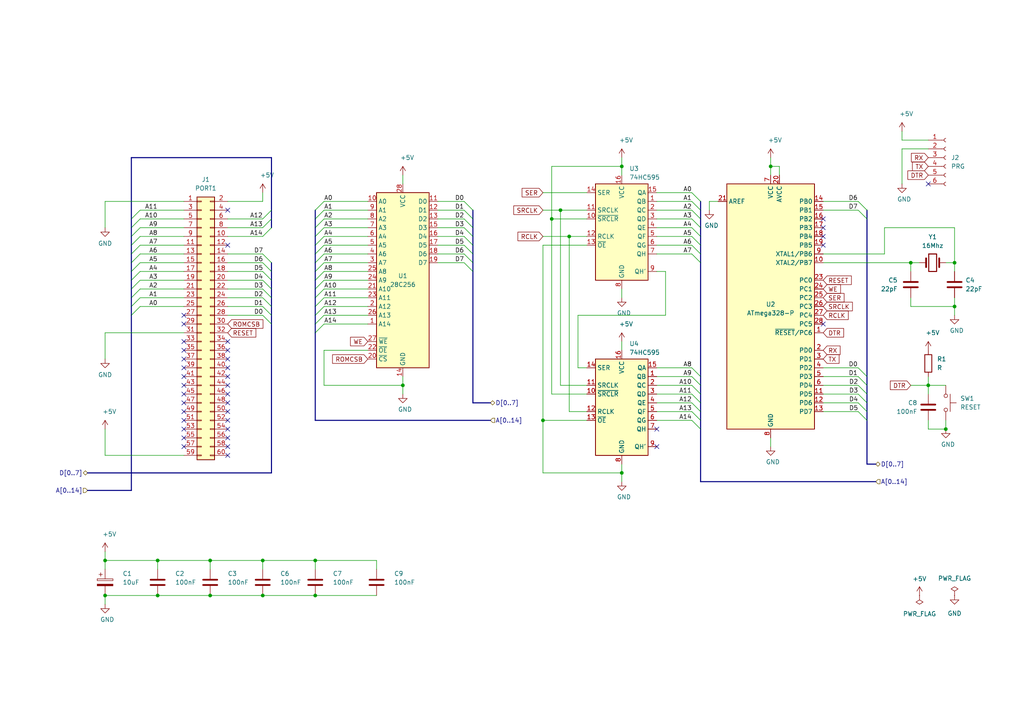
<source format=kicad_sch>
(kicad_sch (version 20230121) (generator eeschema)
  (paper "A4")
  (lib_symbols
    (symbol "74xx:74HC595"
      (property "Reference" "U" (at -7.62 13.97 0))
      (property "Value" "74HC595" (at -7.62 -16.51 0))
      (symbol "74HC595_1_0"
        (pin tri_state line (at 10.16 7.62 180) (length 2.54) (name "QB") (number "1"))
        (pin input line (at -10.16 2.54 0) (length 2.54) (name "~{SRCLR}") (number "10"))
        (pin input line (at -10.16 5.08 0) (length 2.54) (name "SRCLK") (number "11"))
        (pin input line (at -10.16 -2.54 0) (length 2.54) (name "RCLK") (number "12"))
        (pin input line (at -10.16 -5.08 0) (length 2.54) (name "~{OE}") (number "13"))
        (pin input line (at -10.16 10.16 0) (length 2.54) (name "SER") (number "14"))
        (pin tri_state line (at 10.16 10.16 180) (length 2.54) (name "QA") (number "15"))
        (pin power_in line (at 0 15.24 270) (length 2.54) (name "VCC") (number "16"))
        (pin tri_state line (at 10.16 5.08 180) (length 2.54) (name "QC") (number "2"))
        (pin tri_state line (at 10.16 2.54 180) (length 2.54) (name "QD") (number "3"))
        (pin tri_state line (at 10.16 0 180) (length 2.54) (name "QE") (number "4"))
        (pin tri_state line (at 10.16 -2.54 180) (length 2.54) (name "QF") (number "5"))
        (pin tri_state line (at 10.16 -5.08 180) (length 2.54) (name "QG") (number "6"))
        (pin tri_state line (at 10.16 -7.62 180) (length 2.54) (name "QH") (number "7"))
        (pin power_in line (at 0 -17.78 90) (length 2.54) (name "GND") (number "8"))
        (pin output line (at 10.16 -12.7 180) (length 2.54) (name "QH'") (number "9"))
      )
    )
    (symbol "Connector:Conn_01x06_Socket" (pin_names (offset 1.016) hide)
      (property "Reference" "J" (at 0 7.62 0))
      (property "Value" "Conn_01x06_Socket" (at 0 -10.16 0))
      (symbol "Conn_01x06_Socket_1_1"
        (pin passive line (at -5.08 5.08 0) (length 3.81) (name "Pin_1") (number "1"))
        (pin passive line (at -5.08 2.54 0) (length 3.81) (name "Pin_2") (number "2"))
        (pin passive line (at -5.08 0 0) (length 3.81) (name "Pin_3") (number "3"))
        (pin passive line (at -5.08 -2.54 0) (length 3.81) (name "Pin_4") (number "4"))
        (pin passive line (at -5.08 -5.08 0) (length 3.81) (name "Pin_5") (number "5"))
        (pin passive line (at -5.08 -7.62 0) (length 3.81) (name "Pin_6") (number "6"))
      )
    )
    (symbol "Connector_Generic:Conn_02x30_Odd_Even" (pin_names (offset 1.016) hide)
      (property "Reference" "J" (at 1.27 38.1 0))
      (property "Value" "Conn_02x30_Odd_Even" (at 1.27 -40.64 0))
      (symbol "Conn_02x30_Odd_Even_1_1"
        (pin passive line (at -5.08 35.56 0) (length 3.81) (name "Pin_1") (number "1"))
        (pin passive line (at 7.62 25.4 180) (length 3.81) (name "Pin_10") (number "10"))
        (pin passive line (at -5.08 22.86 0) (length 3.81) (name "Pin_11") (number "11"))
        (pin passive line (at 7.62 22.86 180) (length 3.81) (name "Pin_12") (number "12"))
        (pin passive line (at -5.08 20.32 0) (length 3.81) (name "Pin_13") (number "13"))
        (pin passive line (at 7.62 20.32 180) (length 3.81) (name "Pin_14") (number "14"))
        (pin passive line (at -5.08 17.78 0) (length 3.81) (name "Pin_15") (number "15"))
        (pin passive line (at 7.62 17.78 180) (length 3.81) (name "Pin_16") (number "16"))
        (pin passive line (at -5.08 15.24 0) (length 3.81) (name "Pin_17") (number "17"))
        (pin passive line (at 7.62 15.24 180) (length 3.81) (name "Pin_18") (number "18"))
        (pin passive line (at -5.08 12.7 0) (length 3.81) (name "Pin_19") (number "19"))
        (pin passive line (at 7.62 35.56 180) (length 3.81) (name "Pin_2") (number "2"))
        (pin passive line (at 7.62 12.7 180) (length 3.81) (name "Pin_20") (number "20"))
        (pin passive line (at -5.08 10.16 0) (length 3.81) (name "Pin_21") (number "21"))
        (pin passive line (at 7.62 10.16 180) (length 3.81) (name "Pin_22") (number "22"))
        (pin passive line (at -5.08 7.62 0) (length 3.81) (name "Pin_23") (number "23"))
        (pin passive line (at 7.62 7.62 180) (length 3.81) (name "Pin_24") (number "24"))
        (pin passive line (at -5.08 5.08 0) (length 3.81) (name "Pin_25") (number "25"))
        (pin passive line (at 7.62 5.08 180) (length 3.81) (name "Pin_26") (number "26"))
        (pin passive line (at -5.08 2.54 0) (length 3.81) (name "Pin_27") (number "27"))
        (pin passive line (at 7.62 2.54 180) (length 3.81) (name "Pin_28") (number "28"))
        (pin passive line (at -5.08 0 0) (length 3.81) (name "Pin_29") (number "29"))
        (pin passive line (at -5.08 33.02 0) (length 3.81) (name "Pin_3") (number "3"))
        (pin passive line (at 7.62 0 180) (length 3.81) (name "Pin_30") (number "30"))
        (pin passive line (at -5.08 -2.54 0) (length 3.81) (name "Pin_31") (number "31"))
        (pin passive line (at 7.62 -2.54 180) (length 3.81) (name "Pin_32") (number "32"))
        (pin passive line (at -5.08 -5.08 0) (length 3.81) (name "Pin_33") (number "33"))
        (pin passive line (at 7.62 -5.08 180) (length 3.81) (name "Pin_34") (number "34"))
        (pin passive line (at -5.08 -7.62 0) (length 3.81) (name "Pin_35") (number "35"))
        (pin passive line (at 7.62 -7.62 180) (length 3.81) (name "Pin_36") (number "36"))
        (pin passive line (at -5.08 -10.16 0) (length 3.81) (name "Pin_37") (number "37"))
        (pin passive line (at 7.62 -10.16 180) (length 3.81) (name "Pin_38") (number "38"))
        (pin passive line (at -5.08 -12.7 0) (length 3.81) (name "Pin_39") (number "39"))
        (pin passive line (at 7.62 33.02 180) (length 3.81) (name "Pin_4") (number "4"))
        (pin passive line (at 7.62 -12.7 180) (length 3.81) (name "Pin_40") (number "40"))
        (pin passive line (at -5.08 -15.24 0) (length 3.81) (name "Pin_41") (number "41"))
        (pin passive line (at 7.62 -15.24 180) (length 3.81) (name "Pin_42") (number "42"))
        (pin passive line (at -5.08 -17.78 0) (length 3.81) (name "Pin_43") (number "43"))
        (pin passive line (at 7.62 -17.78 180) (length 3.81) (name "Pin_44") (number "44"))
        (pin passive line (at -5.08 -20.32 0) (length 3.81) (name "Pin_45") (number "45"))
        (pin passive line (at 7.62 -20.32 180) (length 3.81) (name "Pin_46") (number "46"))
        (pin passive line (at -5.08 -22.86 0) (length 3.81) (name "Pin_47") (number "47"))
        (pin passive line (at 7.62 -22.86 180) (length 3.81) (name "Pin_48") (number "48"))
        (pin passive line (at -5.08 -25.4 0) (length 3.81) (name "Pin_49") (number "49"))
        (pin passive line (at -5.08 30.48 0) (length 3.81) (name "Pin_5") (number "5"))
        (pin passive line (at 7.62 -25.4 180) (length 3.81) (name "Pin_50") (number "50"))
        (pin passive line (at -5.08 -27.94 0) (length 3.81) (name "Pin_51") (number "51"))
        (pin passive line (at 7.62 -27.94 180) (length 3.81) (name "Pin_52") (number "52"))
        (pin passive line (at -5.08 -30.48 0) (length 3.81) (name "Pin_53") (number "53"))
        (pin passive line (at 7.62 -30.48 180) (length 3.81) (name "Pin_54") (number "54"))
        (pin passive line (at -5.08 -33.02 0) (length 3.81) (name "Pin_55") (number "55"))
        (pin passive line (at 7.62 -33.02 180) (length 3.81) (name "Pin_56") (number "56"))
        (pin passive line (at -5.08 -35.56 0) (length 3.81) (name "Pin_57") (number "57"))
        (pin passive line (at 7.62 -35.56 180) (length 3.81) (name "Pin_58") (number "58"))
        (pin passive line (at -5.08 -38.1 0) (length 3.81) (name "Pin_59") (number "59"))
        (pin passive line (at 7.62 30.48 180) (length 3.81) (name "Pin_6") (number "6"))
        (pin passive line (at 7.62 -38.1 180) (length 3.81) (name "Pin_60") (number "60"))
        (pin passive line (at -5.08 27.94 0) (length 3.81) (name "Pin_7") (number "7"))
        (pin passive line (at 7.62 27.94 180) (length 3.81) (name "Pin_8") (number "8"))
        (pin passive line (at -5.08 25.4 0) (length 3.81) (name "Pin_9") (number "9"))
      )
    )
    (symbol "Device:C" (pin_numbers hide) (pin_names (offset 0.254))
      (property "Reference" "C" (at 0.635 2.54 0))
      (property "Value" "C" (at 0.635 -2.54 0))
      (symbol "C_1_1"
        (pin passive line (at 0 3.81 270) (length 2.794) (name "~") (number "1"))
        (pin passive line (at 0 -3.81 90) (length 2.794) (name "~") (number "2"))
      )
    )
    (symbol "Device:C_Polarized" (pin_numbers hide) (pin_names (offset 0.254))
      (property "Reference" "C" (at 0.635 2.54 0))
      (property "Value" "C_Polarized" (at 0.635 -2.54 0))
      (symbol "C_Polarized_1_1"
        (pin passive line (at 0 3.81 270) (length 2.794) (name "~") (number "1"))
        (pin passive line (at 0 -3.81 90) (length 2.794) (name "~") (number "2"))
      )
    )
    (symbol "Device:Crystal" (pin_numbers hide) (pin_names (offset 1.016) hide)
      (property "Reference" "Y" (at 0 3.81 0))
      (property "Value" "Crystal" (at 0 -3.81 0))
      (symbol "Crystal_1_1"
        (pin passive line (at -3.81 0 0) (length 1.27) (name "1") (number "1"))
        (pin passive line (at 3.81 0 180) (length 1.27) (name "2") (number "2"))
      )
    )
    (symbol "Device:R" (pin_numbers hide) (pin_names (offset 0))
      (property "Reference" "R" (at 2.032 0 90))
      (property "Value" "R" (at 0 0 90))
      (symbol "R_1_1"
        (pin passive line (at 0 3.81 270) (length 1.27) (name "~") (number "1"))
        (pin passive line (at 0 -3.81 90) (length 1.27) (name "~") (number "2"))
      )
    )
    (symbol "MCU_Microchip_ATmega:ATmega328-P"
      (property "Reference" "U" (at -12.7 36.83 0))
      (property "Value" "ATmega328-P" (at 2.54 -36.83 0))
      (symbol "ATmega328-P_1_1"
        (pin bidirectional line (at 15.24 -7.62 180) (length 2.54) (name "~{RESET}/PC6") (number "1"))
        (pin bidirectional line (at 15.24 12.7 180) (length 2.54) (name "XTAL2/PB7") (number "10"))
        (pin bidirectional line (at 15.24 -25.4 180) (length 2.54) (name "PD5") (number "11"))
        (pin bidirectional line (at 15.24 -27.94 180) (length 2.54) (name "PD6") (number "12"))
        (pin bidirectional line (at 15.24 -30.48 180) (length 2.54) (name "PD7") (number "13"))
        (pin bidirectional line (at 15.24 30.48 180) (length 2.54) (name "PB0") (number "14"))
        (pin bidirectional line (at 15.24 27.94 180) (length 2.54) (name "PB1") (number "15"))
        (pin bidirectional line (at 15.24 25.4 180) (length 2.54) (name "PB2") (number "16"))
        (pin bidirectional line (at 15.24 22.86 180) (length 2.54) (name "PB3") (number "17"))
        (pin bidirectional line (at 15.24 20.32 180) (length 2.54) (name "PB4") (number "18"))
        (pin bidirectional line (at 15.24 17.78 180) (length 2.54) (name "PB5") (number "19"))
        (pin bidirectional line (at 15.24 -12.7 180) (length 2.54) (name "PD0") (number "2"))
        (pin power_in line (at 2.54 38.1 270) (length 2.54) (name "AVCC") (number "20"))
        (pin passive line (at -15.24 30.48 0) (length 2.54) (name "AREF") (number "21"))
        (pin passive line (at 0 -38.1 90) (length 2.54) hide (name "GND") (number "22"))
        (pin bidirectional line (at 15.24 7.62 180) (length 2.54) (name "PC0") (number "23"))
        (pin bidirectional line (at 15.24 5.08 180) (length 2.54) (name "PC1") (number "24"))
        (pin bidirectional line (at 15.24 2.54 180) (length 2.54) (name "PC2") (number "25"))
        (pin bidirectional line (at 15.24 0 180) (length 2.54) (name "PC3") (number "26"))
        (pin bidirectional line (at 15.24 -2.54 180) (length 2.54) (name "PC4") (number "27"))
        (pin bidirectional line (at 15.24 -5.08 180) (length 2.54) (name "PC5") (number "28"))
        (pin bidirectional line (at 15.24 -15.24 180) (length 2.54) (name "PD1") (number "3"))
        (pin bidirectional line (at 15.24 -17.78 180) (length 2.54) (name "PD2") (number "4"))
        (pin bidirectional line (at 15.24 -20.32 180) (length 2.54) (name "PD3") (number "5"))
        (pin bidirectional line (at 15.24 -22.86 180) (length 2.54) (name "PD4") (number "6"))
        (pin power_in line (at 0 38.1 270) (length 2.54) (name "VCC") (number "7"))
        (pin power_in line (at 0 -38.1 90) (length 2.54) (name "GND") (number "8"))
        (pin bidirectional line (at 15.24 15.24 180) (length 2.54) (name "XTAL1/PB6") (number "9"))
      )
    )
    (symbol "Memory_EEPROM:28C256"
      (property "Reference" "U" (at -7.62 26.67 0))
      (property "Value" "28C256" (at 2.54 -26.67 0))
      (symbol "28C256_1_1"
        (pin input line (at -10.16 -12.7 0) (length 2.54) (name "A14") (number "1"))
        (pin input line (at -10.16 22.86 0) (length 2.54) (name "A0") (number "10"))
        (pin tri_state line (at 10.16 22.86 180) (length 2.54) (name "D0") (number "11"))
        (pin tri_state line (at 10.16 20.32 180) (length 2.54) (name "D1") (number "12"))
        (pin tri_state line (at 10.16 17.78 180) (length 2.54) (name "D2") (number "13"))
        (pin power_in line (at 0 -27.94 90) (length 2.54) (name "GND") (number "14"))
        (pin tri_state line (at 10.16 15.24 180) (length 2.54) (name "D3") (number "15"))
        (pin tri_state line (at 10.16 12.7 180) (length 2.54) (name "D4") (number "16"))
        (pin tri_state line (at 10.16 10.16 180) (length 2.54) (name "D5") (number "17"))
        (pin tri_state line (at 10.16 7.62 180) (length 2.54) (name "D6") (number "18"))
        (pin tri_state line (at 10.16 5.08 180) (length 2.54) (name "D7") (number "19"))
        (pin input line (at -10.16 -7.62 0) (length 2.54) (name "A12") (number "2"))
        (pin input line (at -10.16 -22.86 0) (length 2.54) (name "~{CS}") (number "20"))
        (pin input line (at -10.16 -2.54 0) (length 2.54) (name "A10") (number "21"))
        (pin input line (at -10.16 -20.32 0) (length 2.54) (name "~{OE}") (number "22"))
        (pin input line (at -10.16 -5.08 0) (length 2.54) (name "A11") (number "23"))
        (pin input line (at -10.16 0 0) (length 2.54) (name "A9") (number "24"))
        (pin input line (at -10.16 2.54 0) (length 2.54) (name "A8") (number "25"))
        (pin input line (at -10.16 -10.16 0) (length 2.54) (name "A13") (number "26"))
        (pin input line (at -10.16 -17.78 0) (length 2.54) (name "~{WE}") (number "27"))
        (pin power_in line (at 0 27.94 270) (length 2.54) (name "VCC") (number "28"))
        (pin input line (at -10.16 5.08 0) (length 2.54) (name "A7") (number "3"))
        (pin input line (at -10.16 7.62 0) (length 2.54) (name "A6") (number "4"))
        (pin input line (at -10.16 10.16 0) (length 2.54) (name "A5") (number "5"))
        (pin input line (at -10.16 12.7 0) (length 2.54) (name "A4") (number "6"))
        (pin input line (at -10.16 15.24 0) (length 2.54) (name "A3") (number "7"))
        (pin input line (at -10.16 17.78 0) (length 2.54) (name "A2") (number "8"))
        (pin input line (at -10.16 20.32 0) (length 2.54) (name "A1") (number "9"))
      )
    )
    (symbol "Switch:SW_Push" (pin_numbers hide) (pin_names (offset 1.016) hide)
      (property "Reference" "SW" (at 1.27 2.54 0))
      (property "Value" "SW_Push" (at 0 -1.524 0))
      (symbol "SW_Push_0_1"
        (pin passive line (at -5.08 0 0) (length 2.54) (name "1") (number "1"))
        (pin passive line (at 5.08 0 180) (length 2.54) (name "2") (number "2"))
      )
    )
    (symbol "power:+5V" (power) (pin_names (offset 0))
      (property "Value" "+5V" (at 0 3.556 0))
      (symbol "+5V_1_1"
        (pin power_in line (at 0 0 90) (length 0) hide (name "+5V") (number "1"))
      )
    )
    (symbol "power:GND" (power) (pin_names (offset 0))
      (property "Value" "GND" (at 0 -3.81 0))
      (symbol "GND_1_1"
        (pin power_in line (at 0 0 270) (length 0) hide (name "GND") (number "1"))
      )
    )
    (symbol "power:PWR_FLAG" (power) (pin_numbers hide) (pin_names (offset 0) hide)
      (property "Value" "PWR_FLAG" (at 0 3.81 0))
      (symbol "PWR_FLAG_0_0"
        (pin power_out line (at 0 0 90) (length 0) (name "pwr") (number "1"))
      )
    )
  )
  (junction (at 269.24 111.76))
  (junction (at 157.48 121.92))
  (junction (at 264.16 76.2))
  (junction (at 60.96 162.56))
  (junction (at 60.96 172.72))
  (junction (at 180.34 137.16))
  (junction (at 116.84 111.76))
  (junction (at 274.32 124.46))
  (junction (at 276.86 76.2))
  (junction (at 165.1 68.58))
  (junction (at 162.56 60.96))
  (junction (at 76.2 162.56))
  (junction (at 30.48 162.56))
  (junction (at 30.48 172.72))
  (junction (at 45.72 162.56))
  (junction (at 91.44 172.72))
  (junction (at 276.86 88.9))
  (junction (at 160.02 63.5))
  (junction (at 45.72 172.72))
  (junction (at 223.52 48.26))
  (junction (at 76.2 172.72))
  (junction (at 91.44 162.56))
  (junction (at 180.34 48.26))
  (no_connect (at 66.04 124.46))
  (no_connect (at 66.04 129.54))
  (no_connect (at 66.04 119.38))
  (no_connect (at 53.34 116.84))
  (no_connect (at 66.04 71.12))
  (no_connect (at 53.34 129.54))
  (no_connect (at 53.34 109.22))
  (no_connect (at 66.04 60.96))
  (no_connect (at 53.34 111.76))
  (no_connect (at 53.34 104.14))
  (no_connect (at 66.04 114.3))
  (no_connect (at 66.04 116.84))
  (no_connect (at 190.5 124.46))
  (no_connect (at 269.24 53.34))
  (no_connect (at 238.76 68.58))
  (no_connect (at 66.04 99.06))
  (no_connect (at 66.04 121.92))
  (no_connect (at 66.04 132.08))
  (no_connect (at 53.34 124.46))
  (no_connect (at 238.76 93.98))
  (no_connect (at 53.34 127))
  (no_connect (at 238.76 66.04))
  (no_connect (at 53.34 99.06))
  (no_connect (at 53.34 119.38))
  (no_connect (at 66.04 106.68))
  (no_connect (at 238.76 71.12))
  (no_connect (at 66.04 101.6))
  (no_connect (at 66.04 111.76))
  (no_connect (at 238.76 63.5))
  (no_connect (at 53.34 106.68))
  (no_connect (at 53.34 93.98))
  (no_connect (at 53.34 101.6))
  (no_connect (at 190.5 129.54))
  (no_connect (at 66.04 104.14))
  (no_connect (at 53.34 91.44))
  (no_connect (at 66.04 127))
  (no_connect (at 66.04 109.22))
  (no_connect (at 53.34 121.92))
  (no_connect (at 53.34 114.3))
  (bus_entry (at 134.62 76.2) (size 2.54 2.54) (stroke (width 0.1524)))
  (bus_entry (at 134.62 73.66) (size 2.54 2.54) (stroke (width 0.1524)))
  (bus_entry (at 93.98 78.74) (size -2.54 2.54) (stroke (width 0.1524)))
  (bus_entry (at 200.66 63.5) (size 2.54 2.54) (stroke (width 0.1524)))
  (bus_entry (at 78.74 63.5) (size -2.54 2.54) (stroke (width 0.1524)))
  (bus_entry (at 200.66 58.42) (size 2.54 2.54) (stroke (width 0.1524)))
  (bus_entry (at 93.98 91.44) (size -2.54 2.54) (stroke (width 0.1524)))
  (bus_entry (at 248.92 109.22) (size 2.54 2.54) (stroke (width 0.1524)))
  (bus_entry (at 93.98 93.98) (size -2.54 2.54) (stroke (width 0.1524)))
  (bus_entry (at 134.62 68.58) (size 2.54 2.54) (stroke (width 0.1524)))
  (bus_entry (at 200.66 73.66) (size 2.54 2.54) (stroke (width 0.1524)))
  (bus_entry (at 38.1 81.28) (size 2.54 -2.54) (stroke (width 0.1524)))
  (bus_entry (at 248.92 58.42) (size 2.54 2.54) (stroke (width 0.1524)))
  (bus_entry (at 38.1 83.82) (size 2.54 -2.54) (stroke (width 0.1524)))
  (bus_entry (at 93.98 63.5) (size -2.54 2.54) (stroke (width 0.1524)))
  (bus_entry (at 134.62 66.04) (size 2.54 2.54) (stroke (width 0.1524)))
  (bus_entry (at 248.92 116.84) (size 2.54 2.54) (stroke (width 0.1524)))
  (bus_entry (at 38.1 78.74) (size 2.54 -2.54) (stroke (width 0.1524)))
  (bus_entry (at 248.92 114.3) (size 2.54 2.54) (stroke (width 0.1524)))
  (bus_entry (at 200.66 60.96) (size 2.54 2.54) (stroke (width 0.1524)))
  (bus_entry (at 93.98 86.36) (size -2.54 2.54) (stroke (width 0.1524)))
  (bus_entry (at 248.92 106.68) (size 2.54 2.54) (stroke (width 0.1524)))
  (bus_entry (at 93.98 73.66) (size -2.54 2.54) (stroke (width 0.1524)))
  (bus_entry (at 78.74 78.74) (size -2.54 -2.54) (stroke (width 0.1524)))
  (bus_entry (at 134.62 63.5) (size 2.54 2.54) (stroke (width 0.1524)))
  (bus_entry (at 38.1 71.12) (size 2.54 -2.54) (stroke (width 0.1524)))
  (bus_entry (at 93.98 66.04) (size -2.54 2.54) (stroke (width 0.1524)))
  (bus_entry (at 200.66 116.84) (size 2.54 2.54) (stroke (width 0.1524)))
  (bus_entry (at 200.66 106.68) (size 2.54 2.54) (stroke (width 0.1524)))
  (bus_entry (at 78.74 86.36) (size -2.54 -2.54) (stroke (width 0.1524)))
  (bus_entry (at 200.66 68.58) (size 2.54 2.54) (stroke (width 0.1524)))
  (bus_entry (at 78.74 76.2) (size -2.54 -2.54) (stroke (width 0.1524)))
  (bus_entry (at 93.98 60.96) (size -2.54 2.54) (stroke (width 0.1524)))
  (bus_entry (at 200.66 119.38) (size 2.54 2.54) (stroke (width 0.1524)))
  (bus_entry (at 200.66 71.12) (size 2.54 2.54) (stroke (width 0.1524)))
  (bus_entry (at 200.66 114.3) (size 2.54 2.54) (stroke (width 0.1524)))
  (bus_entry (at 200.66 109.22) (size 2.54 2.54) (stroke (width 0.1524)))
  (bus_entry (at 38.1 63.5) (size 2.54 -2.54) (stroke (width 0.1524)))
  (bus_entry (at 248.92 60.96) (size 2.54 2.54) (stroke (width 0.1524)))
  (bus_entry (at 134.62 58.42) (size 2.54 2.54) (stroke (width 0.1524)))
  (bus_entry (at 78.74 83.82) (size -2.54 -2.54) (stroke (width 0.1524)))
  (bus_entry (at 248.92 111.76) (size 2.54 2.54) (stroke (width 0.1524)))
  (bus_entry (at 38.1 88.9) (size 2.54 -2.54) (stroke (width 0.1524)))
  (bus_entry (at 38.1 73.66) (size 2.54 -2.54) (stroke (width 0.1524)))
  (bus_entry (at 200.66 111.76) (size 2.54 2.54) (stroke (width 0.1524)))
  (bus_entry (at 78.74 93.98) (size -2.54 -2.54) (stroke (width 0.1524)))
  (bus_entry (at 93.98 71.12) (size -2.54 2.54) (stroke (width 0.1524)))
  (bus_entry (at 93.98 83.82) (size -2.54 2.54) (stroke (width 0.1524)))
  (bus_entry (at 38.1 68.58) (size 2.54 -2.54) (stroke (width 0.1524)))
  (bus_entry (at 93.98 76.2) (size -2.54 2.54) (stroke (width 0.1524)))
  (bus_entry (at 93.98 68.58) (size -2.54 2.54) (stroke (width 0.1524)))
  (bus_entry (at 93.98 58.42) (size -2.54 2.54) (stroke (width 0.1524)))
  (bus_entry (at 38.1 86.36) (size 2.54 -2.54) (stroke (width 0.1524)))
  (bus_entry (at 38.1 66.04) (size 2.54 -2.54) (stroke (width 0.1524)))
  (bus_entry (at 78.74 66.04) (size -2.54 2.54) (stroke (width 0.1524)))
  (bus_entry (at 134.62 60.96) (size 2.54 2.54) (stroke (width 0.1524)))
  (bus_entry (at 248.92 119.38) (size 2.54 2.54) (stroke (width 0.1524)))
  (bus_entry (at 93.98 88.9) (size -2.54 2.54) (stroke (width 0.1524)))
  (bus_entry (at 78.74 91.44) (size -2.54 -2.54) (stroke (width 0.1524)))
  (bus_entry (at 78.74 60.96) (size -2.54 2.54) (stroke (width 0.1524)))
  (bus_entry (at 93.98 81.28) (size -2.54 2.54) (stroke (width 0.1524)))
  (bus_entry (at 38.1 91.44) (size 2.54 -2.54) (stroke (width 0.1524)))
  (bus_entry (at 134.62 71.12) (size 2.54 2.54) (stroke (width 0.1524)))
  (bus_entry (at 200.66 121.92) (size 2.54 2.54) (stroke (width 0.1524)))
  (bus_entry (at 38.1 76.2) (size 2.54 -2.54) (stroke (width 0.1524)))
  (bus_entry (at 78.74 81.28) (size -2.54 -2.54) (stroke (width 0.1524)))
  (bus_entry (at 200.66 55.88) (size 2.54 2.54) (stroke (width 0.1524)))
  (bus_entry (at 78.74 88.9) (size -2.54 -2.54) (stroke (width 0.1524)))
  (bus_entry (at 200.66 66.04) (size 2.54 2.54) (stroke (width 0.1524)))
  (bus (pts (xy 137.16 78.74) (xy 137.16 116.84)))
  (bus (pts (xy 137.16 71.12) (xy 137.16 68.58)))
  (wire (pts (xy 76.2 162.56) (xy 91.44 162.56)))
  (wire (pts (xy 30.48 160.02) (xy 30.48 162.56)))
  (wire (pts (xy 91.44 172.72) (xy 109.22 172.72)))
  (bus (pts (xy 38.1 88.9) (xy 38.1 91.44)))
  (bus (pts (xy 91.44 96.52) (xy 91.44 121.92)))
  (bus (pts (xy 25.4 142.24) (xy 38.1 142.24)))
  (wire (pts (xy 180.34 139.7) (xy 180.34 137.16)))
  (wire (pts (xy 30.48 58.42) (xy 30.48 66.04)))
  (wire (pts (xy 157.48 60.96) (xy 162.56 60.96)))
  (bus (pts (xy 203.2 139.7) (xy 254 139.7)))
  (wire (pts (xy 60.96 162.56) (xy 60.96 165.1)))
  (wire (pts (xy 30.48 96.52) (xy 30.48 104.14)))
  (wire (pts (xy 127 66.04) (xy 134.62 66.04)))
  (wire (pts (xy 261.62 38.1) (xy 261.62 40.64)))
  (wire (pts (xy 276.86 66.04) (xy 276.86 76.2)))
  (bus (pts (xy 251.46 121.92) (xy 251.46 134.62)))
  (wire (pts (xy 190.5 63.5) (xy 200.66 63.5)))
  (bus (pts (xy 137.16 76.2) (xy 137.16 73.66)))
  (wire (pts (xy 160.02 63.5) (xy 160.02 48.26)))
  (wire (pts (xy 93.98 60.96) (xy 106.68 60.96)))
  (wire (pts (xy 109.22 162.56) (xy 109.22 165.1)))
  (wire (pts (xy 76.2 172.72) (xy 91.44 172.72)))
  (wire (pts (xy 66.04 76.2) (xy 76.2 76.2)))
  (wire (pts (xy 180.34 48.26) (xy 180.34 50.8)))
  (wire (pts (xy 53.34 96.52) (xy 30.48 96.52)))
  (wire (pts (xy 93.98 91.44) (xy 106.68 91.44)))
  (wire (pts (xy 45.72 162.56) (xy 60.96 162.56)))
  (wire (pts (xy 66.04 78.74) (xy 76.2 78.74)))
  (bus (pts (xy 137.16 63.5) (xy 137.16 60.96)))
  (wire (pts (xy 93.98 83.82) (xy 106.68 83.82)))
  (bus (pts (xy 38.1 81.28) (xy 38.1 83.82)))
  (bus (pts (xy 91.44 86.36) (xy 91.44 88.9)))
  (bus (pts (xy 38.1 78.74) (xy 38.1 81.28)))
  (bus (pts (xy 91.44 73.66) (xy 91.44 76.2)))
  (bus (pts (xy 251.46 63.5) (xy 251.46 109.22)))
  (wire (pts (xy 116.84 111.76) (xy 116.84 109.22)))
  (wire (pts (xy 76.2 58.42) (xy 76.2 55.88)))
  (wire (pts (xy 269.24 111.76) (xy 269.24 114.3)))
  (wire (pts (xy 170.18 71.12) (xy 157.48 71.12)))
  (wire (pts (xy 264.16 76.2) (xy 264.16 78.74)))
  (wire (pts (xy 238.76 58.42) (xy 248.92 58.42)))
  (wire (pts (xy 238.76 60.96) (xy 248.92 60.96)))
  (wire (pts (xy 190.5 73.66) (xy 200.66 73.66)))
  (bus (pts (xy 38.1 71.12) (xy 38.1 73.66)))
  (wire (pts (xy 269.24 121.92) (xy 269.24 124.46)))
  (wire (pts (xy 190.5 58.42) (xy 200.66 58.42)))
  (wire (pts (xy 226.06 48.26) (xy 226.06 50.8)))
  (wire (pts (xy 190.5 71.12) (xy 200.66 71.12)))
  (wire (pts (xy 93.98 71.12) (xy 106.68 71.12)))
  (wire (pts (xy 30.48 58.42) (xy 53.34 58.42)))
  (wire (pts (xy 127 76.2) (xy 134.62 76.2)))
  (wire (pts (xy 30.48 175.26) (xy 30.48 172.72)))
  (bus (pts (xy 251.46 121.92) (xy 251.46 119.38)))
  (wire (pts (xy 60.96 172.72) (xy 76.2 172.72)))
  (bus (pts (xy 91.44 91.44) (xy 91.44 93.98)))
  (wire (pts (xy 276.86 76.2) (xy 274.32 76.2)))
  (wire (pts (xy 190.5 109.22) (xy 200.66 109.22)))
  (wire (pts (xy 45.72 162.56) (xy 45.72 165.1)))
  (bus (pts (xy 78.74 60.96) (xy 78.74 63.5)))
  (wire (pts (xy 66.04 88.9) (xy 76.2 88.9)))
  (bus (pts (xy 251.46 119.38) (xy 251.46 116.84)))
  (bus (pts (xy 38.1 45.72) (xy 38.1 63.5)))
  (wire (pts (xy 190.5 119.38) (xy 200.66 119.38)))
  (wire (pts (xy 93.98 66.04) (xy 106.68 66.04)))
  (wire (pts (xy 223.52 48.26) (xy 226.06 48.26)))
  (wire (pts (xy 190.5 78.74) (xy 193.04 78.74)))
  (wire (pts (xy 162.56 111.76) (xy 170.18 111.76)))
  (wire (pts (xy 205.74 58.42) (xy 208.28 58.42)))
  (bus (pts (xy 91.44 60.96) (xy 91.44 63.5)))
  (wire (pts (xy 167.64 91.44) (xy 193.04 91.44)))
  (wire (pts (xy 93.98 93.98) (xy 106.68 93.98)))
  (wire (pts (xy 116.84 50.8) (xy 116.84 53.34)))
  (wire (pts (xy 93.98 78.74) (xy 106.68 78.74)))
  (wire (pts (xy 266.7 76.2) (xy 264.16 76.2)))
  (wire (pts (xy 40.64 71.12) (xy 53.34 71.12)))
  (wire (pts (xy 274.32 111.76) (xy 269.24 111.76)))
  (wire (pts (xy 93.98 101.6) (xy 93.98 111.76)))
  (wire (pts (xy 160.02 48.26) (xy 180.34 48.26)))
  (wire (pts (xy 238.76 106.68) (xy 248.92 106.68)))
  (bus (pts (xy 38.1 66.04) (xy 38.1 68.58)))
  (wire (pts (xy 180.34 99.06) (xy 180.34 101.6)))
  (wire (pts (xy 190.5 68.58) (xy 200.66 68.58)))
  (wire (pts (xy 238.76 73.66) (xy 256.54 73.66)))
  (bus (pts (xy 78.74 93.98) (xy 78.74 137.16)))
  (wire (pts (xy 190.5 121.92) (xy 200.66 121.92)))
  (bus (pts (xy 38.1 63.5) (xy 38.1 66.04)))
  (wire (pts (xy 276.86 86.36) (xy 276.86 88.9)))
  (wire (pts (xy 238.76 76.2) (xy 264.16 76.2)))
  (wire (pts (xy 40.64 83.82) (xy 53.34 83.82)))
  (bus (pts (xy 251.46 116.84) (xy 251.46 114.3)))
  (wire (pts (xy 170.18 60.96) (xy 162.56 60.96)))
  (wire (pts (xy 127 60.96) (xy 134.62 60.96)))
  (wire (pts (xy 269.24 111.76) (xy 264.16 111.76)))
  (wire (pts (xy 40.64 73.66) (xy 53.34 73.66)))
  (wire (pts (xy 40.64 60.96) (xy 53.34 60.96)))
  (bus (pts (xy 203.2 121.92) (xy 203.2 124.46)))
  (wire (pts (xy 180.34 134.62) (xy 180.34 137.16)))
  (bus (pts (xy 203.2 73.66) (xy 203.2 71.12)))
  (wire (pts (xy 264.16 88.9) (xy 276.86 88.9)))
  (bus (pts (xy 78.74 45.72) (xy 38.1 45.72)))
  (bus (pts (xy 203.2 116.84) (xy 203.2 114.3)))
  (bus (pts (xy 203.2 114.3) (xy 203.2 111.76)))
  (wire (pts (xy 180.34 45.72) (xy 180.34 48.26)))
  (wire (pts (xy 190.5 55.88) (xy 200.66 55.88)))
  (wire (pts (xy 40.64 63.5) (xy 53.34 63.5)))
  (bus (pts (xy 91.44 78.74) (xy 91.44 81.28)))
  (bus (pts (xy 203.2 60.96) (xy 203.2 58.42)))
  (wire (pts (xy 91.44 162.56) (xy 109.22 162.56)))
  (wire (pts (xy 157.48 121.92) (xy 157.48 137.16)))
  (bus (pts (xy 78.74 60.96) (xy 78.74 45.72)))
  (bus (pts (xy 251.46 111.76) (xy 251.46 109.22)))
  (wire (pts (xy 93.98 88.9) (xy 106.68 88.9)))
  (wire (pts (xy 93.98 76.2) (xy 106.68 76.2)))
  (wire (pts (xy 30.48 124.46) (xy 30.48 132.08)))
  (wire (pts (xy 205.74 58.42) (xy 205.74 60.96)))
  (wire (pts (xy 91.44 162.56) (xy 91.44 165.1)))
  (bus (pts (xy 203.2 119.38) (xy 203.2 116.84)))
  (bus (pts (xy 203.2 124.46) (xy 203.2 139.7)))
  (bus (pts (xy 91.44 88.9) (xy 91.44 91.44)))
  (wire (pts (xy 106.68 101.6) (xy 93.98 101.6)))
  (wire (pts (xy 66.04 91.44) (xy 76.2 91.44)))
  (wire (pts (xy 66.04 86.36) (xy 76.2 86.36)))
  (wire (pts (xy 157.48 121.92) (xy 170.18 121.92)))
  (wire (pts (xy 45.72 172.72) (xy 60.96 172.72)))
  (wire (pts (xy 165.1 68.58) (xy 165.1 119.38)))
  (wire (pts (xy 93.98 68.58) (xy 106.68 68.58)))
  (wire (pts (xy 157.48 68.58) (xy 165.1 68.58)))
  (bus (pts (xy 91.44 63.5) (xy 91.44 66.04)))
  (wire (pts (xy 93.98 86.36) (xy 106.68 86.36)))
  (bus (pts (xy 251.46 114.3) (xy 251.46 111.76)))
  (wire (pts (xy 165.1 68.58) (xy 170.18 68.58)))
  (wire (pts (xy 93.98 58.42) (xy 106.68 58.42)))
  (wire (pts (xy 190.5 116.84) (xy 200.66 116.84)))
  (bus (pts (xy 203.2 76.2) (xy 203.2 109.22)))
  (wire (pts (xy 170.18 114.3) (xy 160.02 114.3)))
  (bus (pts (xy 78.74 86.36) (xy 78.74 83.82)))
  (wire (pts (xy 274.32 121.92) (xy 274.32 124.46)))
  (wire (pts (xy 127 73.66) (xy 134.62 73.66)))
  (wire (pts (xy 256.54 73.66) (xy 256.54 66.04)))
  (bus (pts (xy 203.2 111.76) (xy 203.2 109.22)))
  (wire (pts (xy 40.64 66.04) (xy 53.34 66.04)))
  (bus (pts (xy 203.2 73.66) (xy 203.2 76.2)))
  (bus (pts (xy 91.44 81.28) (xy 91.44 83.82)))
  (wire (pts (xy 160.02 114.3) (xy 160.02 63.5)))
  (wire (pts (xy 167.64 91.44) (xy 167.64 106.68)))
  (bus (pts (xy 78.74 86.36) (xy 78.74 88.9)))
  (wire (pts (xy 66.04 58.42) (xy 76.2 58.42)))
  (wire (pts (xy 180.34 83.82) (xy 180.34 86.36)))
  (wire (pts (xy 40.64 86.36) (xy 53.34 86.36)))
  (wire (pts (xy 157.48 55.88) (xy 170.18 55.88)))
  (wire (pts (xy 190.5 106.68) (xy 200.66 106.68)))
  (wire (pts (xy 93.98 111.76) (xy 116.84 111.76)))
  (bus (pts (xy 38.1 86.36) (xy 38.1 88.9)))
  (wire (pts (xy 256.54 66.04) (xy 276.86 66.04)))
  (wire (pts (xy 269.24 43.18) (xy 261.62 43.18)))
  (bus (pts (xy 38.1 91.44) (xy 38.1 142.24)))
  (wire (pts (xy 190.5 60.96) (xy 200.66 60.96)))
  (wire (pts (xy 76.2 63.5) (xy 66.04 63.5)))
  (bus (pts (xy 38.1 83.82) (xy 38.1 86.36)))
  (wire (pts (xy 127 68.58) (xy 134.62 68.58)))
  (wire (pts (xy 66.04 83.82) (xy 76.2 83.82)))
  (wire (pts (xy 157.48 71.12) (xy 157.48 121.92)))
  (wire (pts (xy 40.64 88.9) (xy 53.34 88.9)))
  (wire (pts (xy 238.76 116.84) (xy 248.92 116.84)))
  (bus (pts (xy 203.2 63.5) (xy 203.2 60.96)))
  (bus (pts (xy 78.74 78.74) (xy 78.74 81.28)))
  (bus (pts (xy 91.44 76.2) (xy 91.44 78.74)))
  (bus (pts (xy 91.44 66.04) (xy 91.44 68.58)))
  (wire (pts (xy 162.56 60.96) (xy 162.56 111.76)))
  (bus (pts (xy 78.74 91.44) (xy 78.74 93.98)))
  (wire (pts (xy 93.98 73.66) (xy 106.68 73.66)))
  (wire (pts (xy 40.64 68.58) (xy 53.34 68.58)))
  (wire (pts (xy 190.5 111.76) (xy 200.66 111.76)))
  (bus (pts (xy 137.16 73.66) (xy 137.16 71.12)))
  (wire (pts (xy 276.86 91.44) (xy 276.86 88.9)))
  (wire (pts (xy 165.1 119.38) (xy 170.18 119.38)))
  (bus (pts (xy 25.4 137.16) (xy 78.74 137.16)))
  (wire (pts (xy 264.16 88.9) (xy 264.16 86.36)))
  (wire (pts (xy 30.48 132.08) (xy 53.34 132.08)))
  (wire (pts (xy 127 63.5) (xy 134.62 63.5)))
  (wire (pts (xy 269.24 109.22) (xy 269.24 111.76)))
  (bus (pts (xy 91.44 83.82) (xy 91.44 86.36)))
  (bus (pts (xy 78.74 81.28) (xy 78.74 83.82)))
  (wire (pts (xy 160.02 63.5) (xy 170.18 63.5)))
  (wire (pts (xy 76.2 162.56) (xy 76.2 165.1)))
  (bus (pts (xy 203.2 121.92) (xy 203.2 119.38)))
  (bus (pts (xy 137.16 66.04) (xy 137.16 63.5)))
  (wire (pts (xy 190.5 114.3) (xy 200.66 114.3)))
  (bus (pts (xy 38.1 76.2) (xy 38.1 78.74)))
  (bus (pts (xy 38.1 73.66) (xy 38.1 76.2)))
  (wire (pts (xy 66.04 73.66) (xy 76.2 73.66)))
  (wire (pts (xy 269.24 124.46) (xy 274.32 124.46)))
  (bus (pts (xy 251.46 134.62) (xy 254 134.62)))
  (bus (pts (xy 203.2 68.58) (xy 203.2 66.04)))
  (bus (pts (xy 137.16 78.74) (xy 137.16 76.2)))
  (wire (pts (xy 223.52 45.72) (xy 223.52 48.26)))
  (wire (pts (xy 180.34 137.16) (xy 157.48 137.16)))
  (wire (pts (xy 40.64 76.2) (xy 53.34 76.2)))
  (wire (pts (xy 261.62 40.64) (xy 269.24 40.64)))
  (wire (pts (xy 261.62 43.18) (xy 261.62 53.34)))
  (wire (pts (xy 60.96 162.56) (xy 76.2 162.56)))
  (bus (pts (xy 78.74 76.2) (xy 78.74 78.74)))
  (wire (pts (xy 76.2 68.58) (xy 66.04 68.58)))
  (bus (pts (xy 251.46 60.96) (xy 251.46 63.5)))
  (bus (pts (xy 137.16 116.84) (xy 142.24 116.84)))
  (bus (pts (xy 203.2 71.12) (xy 203.2 68.58)))
  (wire (pts (xy 127 71.12) (xy 134.62 71.12)))
  (bus (pts (xy 38.1 68.58) (xy 38.1 71.12)))
  (wire (pts (xy 193.04 91.44) (xy 193.04 78.74)))
  (bus (pts (xy 91.44 68.58) (xy 91.44 71.12)))
  (bus (pts (xy 91.44 93.98) (xy 91.44 96.52)))
  (wire (pts (xy 116.84 114.3) (xy 116.84 111.76)))
  (bus (pts (xy 78.74 88.9) (xy 78.74 91.44)))
  (wire (pts (xy 30.48 162.56) (xy 30.48 165.1)))
  (wire (pts (xy 223.52 48.26) (xy 223.52 50.8)))
  (wire (pts (xy 238.76 114.3) (xy 248.92 114.3)))
  (wire (pts (xy 238.76 119.38) (xy 248.92 119.38)))
  (bus (pts (xy 91.44 71.12) (xy 91.44 73.66)))
  (bus (pts (xy 91.44 121.92) (xy 142.24 121.92)))
  (wire (pts (xy 66.04 81.28) (xy 76.2 81.28)))
  (wire (pts (xy 127 58.42) (xy 134.62 58.42)))
  (wire (pts (xy 40.64 78.74) (xy 53.34 78.74)))
  (bus (pts (xy 78.74 63.5) (xy 78.74 66.04)))
  (wire (pts (xy 30.48 172.72) (xy 45.72 172.72)))
  (wire (pts (xy 93.98 81.28) (xy 106.68 81.28)))
  (wire (pts (xy 93.98 63.5) (xy 106.68 63.5)))
  (wire (pts (xy 190.5 66.04) (xy 200.66 66.04)))
  (wire (pts (xy 170.18 106.68) (xy 167.64 106.68)))
  (bus (pts (xy 137.16 68.58) (xy 137.16 66.04)))
  (wire (pts (xy 238.76 109.22) (xy 248.92 109.22)))
  (wire (pts (xy 40.64 81.28) (xy 53.34 81.28)))
  (wire (pts (xy 276.86 76.2) (xy 276.86 78.74)))
  (wire (pts (xy 30.48 162.56) (xy 45.72 162.56)))
  (wire (pts (xy 76.2 66.04) (xy 66.04 66.04)))
  (wire (pts (xy 238.76 111.76) (xy 248.92 111.76)))
  (bus (pts (xy 203.2 66.04) (xy 203.2 63.5)))
  (wire (pts (xy 223.52 127) (xy 223.52 129.54)))
  (label "D7" (at 248.793 60.96 180))
  (label "D6" (at 134.62 73.66 180))
  (label "A6" (at 93.98 73.66 0))
  (label "D6" (at 73.66 76.2 0))
  (label "A2" (at 93.98 63.5 0))
  (label "D5" (at 73.66 78.74 0))
  (label "A11" (at 45.72 60.96 180))
  (label "D5" (at 248.92 119.38 180))
  (label "D1" (at 248.793 109.22 180))
  (label "D7" (at 73.66 73.66 0))
  (label "A1" (at 93.98 60.96 0))
  (label "A9" (at 45.72 66.04 180))
  (label "D2" (at 248.92 111.76 180))
  (label "A12" (at 76.2 63.5 180))
  (label "D2" (at 73.66 86.36 0))
  (label "A7" (at 93.98 76.2 0))
  (label "A7" (at 200.66 73.66 180))
  (label "A3" (at 200.66 63.5 180))
  (label "A12" (at 200.66 116.84 180))
  (label "A6" (at 200.66 71.12 180))
  (label "D0" (at 248.793 106.68 180))
  (label "D2" (at 134.62 63.5 180))
  (label "D3" (at 248.92 114.3 180))
  (label "A5" (at 45.72 76.2 180))
  (label "A12" (at 93.98 88.9 0))
  (label "A6" (at 45.72 73.66 180))
  (label "A4" (at 45.72 78.74 180))
  (label "A10" (at 93.98 83.82 0))
  (label "A3" (at 45.72 81.28 180))
  (label "A14" (at 93.98 93.98 0))
  (label "A1" (at 45.72 86.36 180))
  (label "D1" (at 73.66 88.9 0))
  (label "A8" (at 45.72 68.58 180))
  (label "D4" (at 73.66 81.28 0))
  (label "A13" (at 93.98 91.44 0))
  (label "A14" (at 76.2 68.58 180))
  (label "A0" (at 93.98 58.42 0))
  (label "A14" (at 200.66 121.92 180))
  (label "D0" (at 73.66 91.44 0))
  (label "A5" (at 93.98 71.12 0))
  (label "A11" (at 200.66 114.3 180))
  (label "A0" (at 45.72 88.9 180))
  (label "A2" (at 200.66 60.96 180))
  (label "A9" (at 93.98 81.28 0))
  (label "A8" (at 93.98 78.74 0))
  (label "A13" (at 200.66 119.38 180))
  (label "A0" (at 200.66 55.88 180))
  (label "A11" (at 93.98 86.36 0))
  (label "A7" (at 45.72 71.12 180))
  (label "D4" (at 248.92 116.84 180))
  (label "D6" (at 248.793 58.42 180))
  (label "A10" (at 200.66 111.76 180))
  (label "D7" (at 134.62 76.2 180))
  (label "D0" (at 134.62 58.42 180))
  (label "D3" (at 73.66 83.82 0))
  (label "D3" (at 134.62 66.04 180))
  (label "A1" (at 200.66 58.42 180))
  (label "A5" (at 200.66 68.58 180))
  (label "A3" (at 93.98 66.04 0))
  (label "A13" (at 76.2 66.04 180))
  (label "A2" (at 45.72 83.82 180))
  (label "A10" (at 45.72 63.5 180))
  (label "D4" (at 134.62 68.58 180))
  (label "A4" (at 200.66 66.04 180))
  (label "A8" (at 200.66 106.68 180))
  (label "A4" (at 93.98 68.58 0))
  (label "D1" (at 134.62 60.96 180))
  (label "A9" (at 200.66 109.22 180))
  (label "D5" (at 134.62 71.12 180))
  (global_label "RCLK" (shape input) (at 238.76 91.44 0) (property "Intersheetrefs" "${INTERSHEET_REFS}" (effects hide)))
  (global_label "DTR" (shape input) (at 264.16 111.76 180) (property "Intersheetrefs" "${INTERSHEET_REFS}" (effects hide)))
  (global_label "RX" (shape input) (at 269.24 45.72 180) (property "Intersheetrefs" "${INTERSHEET_REFS}" (effects hide)))
  (global_label "TX" (shape input) (at 238.76 104.14 0) (property "Intersheetrefs" "${INTERSHEET_REFS}" (effects hide)))
  (global_label "ROMCSB" (shape input) (at 66.04 93.98 0) (property "Intersheetrefs" "${INTERSHEET_REFS}" (effects hide)))
  (global_label "DTR" (shape input) (at 269.24 50.8 180) (property "Intersheetrefs" "${INTERSHEET_REFS}" (effects hide)))
  (global_label "SRCLK" (shape input) (at 238.76 88.9 0) (property "Intersheetrefs" "${INTERSHEET_REFS}" (effects hide)))
  (global_label "SRCLK" (shape input) (at 157.48 60.96 180) (property "Intersheetrefs" "${INTERSHEET_REFS}" (effects hide)))
  (global_label "SER" (shape input) (at 157.48 55.88 180) (property "Intersheetrefs" "${INTERSHEET_REFS}" (effects hide)))
  (global_label "RESET" (shape input) (at 238.76 81.28 0) (property "Intersheetrefs" "${INTERSHEET_REFS}" (effects hide)))
  (global_label "RX" (shape input) (at 238.76 101.6 0) (property "Intersheetrefs" "${INTERSHEET_REFS}" (effects hide)))
  (global_label "SER" (shape input) (at 238.76 86.36 0) (property "Intersheetrefs" "${INTERSHEET_REFS}" (effects hide)))
  (global_label "DTR" (shape input) (at 238.76 96.52 0) (property "Intersheetrefs" "${INTERSHEET_REFS}" (effects hide)))
  (global_label "WE" (shape input) (at 238.76 83.82 0) (property "Intersheetrefs" "${INTERSHEET_REFS}" (effects hide)))
  (global_label "WE" (shape input) (at 106.68 99.06 180) (property "Intersheetrefs" "${INTERSHEET_REFS}" (effects hide)))
  (global_label "RCLK" (shape input) (at 157.48 68.58 180) (property "Intersheetrefs" "${INTERSHEET_REFS}" (effects hide)))
  (global_label "TX" (shape input) (at 269.24 48.26 180) (property "Intersheetrefs" "${INTERSHEET_REFS}" (effects hide)))
  (global_label "ROMCSB" (shape input) (at 106.68 104.14 180) (property "Intersheetrefs" "${INTERSHEET_REFS}" (effects hide)))
  (global_label "RESET" (shape input) (at 66.04 96.52 0) (property "Intersheetrefs" "${INTERSHEET_REFS}" (effects hide)))
  (hierarchical_label "A[0..14]" (shape input) (at 142.24 121.92 0))
  (hierarchical_label "D[0..7]" (shape bidirectional) (at 25.4 137.16 180))
  (hierarchical_label "D[0..7]" (shape bidirectional) (at 142.24 116.84 0))
  (hierarchical_label "A[0..14]" (shape input) (at 25.4 142.24 180))
  (hierarchical_label "A[0..14]" (shape input) (at 254 139.7 0))
  (hierarchical_label "D[0..7]" (shape bidirectional) (at 254 134.62 0))
  (symbol (lib_id "Switch:SW_Push") (at 274.32 116.84 270) (unit 1)
    (property "Reference" "SW1" (at 278.511 115.57 90) (effects (justify left)))
    (property "Value" "RESET" (at 278.511 118.11 90) (effects (justify left)))
    (property "Footprint" "Button_Switch_THT:SW_PUSH_6mm" (effects hide))
    (property "Sim.Enable" "0" (effects hide))
  )
  (symbol (lib_id "Device:C") (at 276.86 82.55 0) (unit 1)
    (property "Reference" "C4" (at 280.035 81.28 0) (effects (justify left)))
    (property "Value" "22pF" (at 280.035 83.82 0) (effects (justify left)))
    (property "Footprint" "Capacitor_THT:C_Disc_D5.0mm_W2.5mm_P2.50mm" (effects hide))
  )
  (symbol (lib_id "power:+5V") (at 30.48 160.02 0) (unit 1)
    (property "Reference" "#PWR03" (effects hide))
    (property "Value" "+5V" (at 31.75 154.94 0))
  )
  (symbol (lib_id "power:GND") (at 180.34 86.36 0) (unit 1)
    (property "Reference" "#PWR013" (effects hide))
    (property "Value" "GND" (at 180.975 90.805 0))
  )
  (symbol (lib_id "power:+5V") (at 269.24 101.6 0) (unit 1)
    (property "Reference" "#PWR017" (effects hide))
    (property "Value" "+5V" (at 270.51 96.52 0))
  )
  (symbol (lib_id "power:GND") (at 30.48 66.04 0) (mirror y) (unit 1)
    (property "Reference" "#PWR08" (effects hide))
    (property "Value" "GND" (at 30.48 70.612 0))
  )
  (symbol (lib_id "power:GND") (at 261.62 53.34 0) (unit 1)
    (property "Reference" "#PWR019" (effects hide))
    (property "Value" "GND" (at 262.255 57.785 0))
  )
  (symbol (lib_id "power:GND") (at 180.34 139.7 0) (unit 1)
    (property "Reference" "#PWR014" (effects hide))
    (property "Value" "GND" (at 180.975 144.145 0))
  )
  (symbol (lib_id "power:+5V") (at 76.2 55.88 0) (unit 1)
    (property "Reference" "#PWR011" (effects hide))
    (property "Value" "+5V" (at 77.47 50.8 0))
  )
  (symbol (lib_id "Device:C") (at 45.72 168.91 0) (unit 1)
    (property "Reference" "C2" (at 50.8 166.37 0) (effects (justify left)))
    (property "Value" "100nF" (at 50.8 168.91 0) (effects (justify left)))
    (property "Footprint" "Capacitor_THT:C_Disc_D5.0mm_W2.5mm_P2.50mm" (effects hide))
  )
  (symbol (lib_id "power:GND") (at 223.52 129.54 0) (unit 1)
    (property "Reference" "#PWR06" (effects hide))
    (property "Value" "GND" (at 224.155 133.985 0))
  )
  (symbol (lib_id "Connector_Generic:Conn_02x30_Odd_Even") (at 58.42 93.98 0) (unit 1)
    (property "Reference" "J1" (at 59.69 52.07 0))
    (property "Value" "PORT1" (at 59.69 54.61 0))
    (property "Footprint" "Connector_NES:NES_PCBEdge" (effects hide))
    (property "Sim.Enable" "0" (effects hide))
  )
  (symbol (lib_id "Device:R") (at 269.24 105.41 0) (unit 1)
    (property "Reference" "R1" (at 271.78 104.14 0) (effects (justify left)))
    (property "Value" "R" (at 271.78 106.68 0) (effects (justify left)))
    (property "Footprint" "Resistor_THT:R_Axial_DIN0207_L6.3mm_D2.5mm_P10.16mm_Horizontal" (effects hide))
  )
  (symbol (lib_id "Device:C_Polarized") (at 30.48 168.91 0) (unit 1)
    (property "Reference" "C1" (at 35.56 166.37 0) (effects (justify left)))
    (property "Value" "10uF" (at 35.56 168.91 0) (effects (justify left)))
    (property "Footprint" "Capacitor_THT:CP_Radial_D5.0mm_P2.50mm" (effects hide))
  )
  (symbol (lib_id "power:GND") (at 30.48 175.26 0) (unit 1)
    (property "Reference" "#PWR04" (effects hide))
    (property "Value" "GND" (at 31.115 179.705 0))
  )
  (symbol (lib_id "Device:C") (at 60.96 168.91 0) (unit 1)
    (property "Reference" "C3" (at 66.04 166.37 0) (effects (justify left)))
    (property "Value" "100nF" (at 66.04 168.91 0) (effects (justify left)))
    (property "Footprint" "Capacitor_THT:C_Disc_D5.0mm_W2.5mm_P2.50mm" (effects hide))
  )
  (symbol (lib_id "power:+5V") (at 180.34 45.72 0) (unit 1)
    (property "Reference" "#PWR07" (effects hide))
    (property "Value" "+5V" (at 181.61 40.64 0))
  )
  (symbol (lib_id "power:PWR_FLAG") (at 266.7 172.72 180) (unit 1)
    (property "Reference" "#FLG01" (effects hide))
    (property "Value" "PWR_FLAG" (at 266.7 178.054 0))
  )
  (symbol (lib_id "power:GND") (at 274.32 124.46 0) (unit 1)
    (property "Reference" "#PWR018" (effects hide))
    (property "Value" "GND" (at 274.955 128.905 0))
  )
  (symbol (lib_id "power:+5V") (at 266.7 172.72 0) (unit 1)
    (property "Reference" "#PWR021" (effects hide))
    (property "Value" "+5V" (at 266.7 167.894 0))
  )
  (symbol (lib_id "MCU_Microchip_ATmega:ATmega328-P") (at 223.52 88.9 0) (unit 1)
    (property "Reference" "U2" (at 223.52 88.265 0))
    (property "Value" "ATmega328-P" (at 223.52 90.805 0))
    (property "Footprint" "Package_DIP:DIP-28_W7.62mm" (effects hide))
    (property "Datasheet" "http://ww1.microchip.com/downloads/en/DeviceDoc/ATmega328_P%20AVR%20MCU%20with%20picoPower%20Technology%20Data%20Sheet%2040001984A.pdf" (effects hide))
    (property "Sim.Enable" "0" (effects hide))
  )
  (symbol (lib_id "Memory_EEPROM:28C256") (at 116.84 81.28 0) (unit 1)
    (property "Reference" "U1" (at 116.84 80.01 0))
    (property "Value" "28C256" (at 116.84 82.55 0))
    (property "Footprint" "Socket:DIP_Socket-28_W11.9_W12.7_W15.24_W17.78_W18.5_3M_228-1277-00-0602J" (effects hide))
    (property "Datasheet" "http://ww1.microchip.com/downloads/en/DeviceDoc/doc0006.pdf" (effects hide))
    (property "Sim.Enable" "0" (effects hide))
  )
  (symbol (lib_id "power:+5V") (at 30.48 124.46 0) (unit 1)
    (property "Reference" "#PWR010" (effects hide))
    (property "Value" "+5V" (at 31.75 119.38 0))
  )
  (symbol (lib_id "power:PWR_FLAG") (at 276.86 172.72 0) (unit 1)
    (property "Reference" "#FLG02" (effects hide))
    (property "Value" "PWR_FLAG" (at 276.86 167.767 0))
  )
  (symbol (lib_id "Device:C") (at 269.24 118.11 0) (unit 1)
    (property "Reference" "C8" (at 266.065 116.84 0) (effects (justify right)))
    (property "Value" "100nF" (at 266.065 119.38 0) (effects (justify right)))
    (property "Footprint" "Capacitor_THT:C_Disc_D5.0mm_W2.5mm_P2.50mm" (effects hide))
  )
  (symbol (lib_id "Device:C") (at 91.44 168.91 0) (unit 1)
    (property "Reference" "C7" (at 96.52 166.37 0) (effects (justify left)))
    (property "Value" "100nF" (at 96.52 168.91 0) (effects (justify left)))
    (property "Footprint" "Capacitor_THT:C_Disc_D5.0mm_W2.5mm_P2.50mm" (effects hide))
  )
  (symbol (lib_id "power:GND") (at 30.48 104.14 0) (mirror y) (unit 1)
    (property "Reference" "#PWR09" (effects hide))
    (property "Value" "GND" (at 30.48 108.712 0))
  )
  (symbol (lib_id "power:GND") (at 276.86 91.44 0) (unit 1)
    (property "Reference" "#PWR015" (effects hide))
    (property "Value" "GND" (at 277.495 95.885 0))
  )
  (symbol (lib_id "power:GND") (at 116.84 114.3 0) (unit 1)
    (property "Reference" "#PWR02" (effects hide))
    (property "Value" "GND" (at 117.475 118.745 0))
  )
  (symbol (lib_id "74xx:74HC595") (at 180.34 66.04 0) (unit 1)
    (property "Reference" "U3" (at 182.5341 48.895 0) (effects (justify left)))
    (property "Value" "74HC595" (at 182.5341 51.435 0) (effects (justify left)))
    (property "Footprint" "Package_DIP:DIP-16_W7.62mm_Socket" (effects hide))
    (property "Datasheet" "http://www.ti.com/lit/ds/symlink/sn74hc595.pdf" (effects hide))
    (property "Sim.Enable" "0" (effects hide))
  )
  (symbol (lib_id "power:GND") (at 276.86 172.72 0) (unit 1)
    (property "Reference" "#PWR022" (effects hide))
    (property "Value" "GND" (at 276.86 177.927 0))
  )
  (symbol (lib_id "Device:C") (at 76.2 168.91 0) (unit 1)
    (property "Reference" "C6" (at 81.28 166.37 0) (effects (justify left)))
    (property "Value" "100nF" (at 81.28 168.91 0) (effects (justify left)))
    (property "Footprint" "Capacitor_THT:C_Disc_D5.0mm_W2.5mm_P2.50mm" (effects hide))
  )
  (symbol (lib_id "Device:Crystal") (at 270.51 76.2 180) (unit 1)
    (property "Reference" "Y1" (at 270.51 68.707 0))
    (property "Value" "16Mhz" (at 270.51 71.247 0))
    (property "Footprint" "Crystal:Crystal_HC49-4H_Vertical" (effects hide))
    (property "Sim.Enable" "0" (effects hide))
  )
  (symbol (lib_id "Device:C") (at 264.16 82.55 0) (unit 1)
    (property "Reference" "C5" (at 260.35 81.28 0) (effects (justify right)))
    (property "Value" "22pF" (at 260.35 83.82 0) (effects (justify right)))
    (property "Footprint" "Capacitor_THT:C_Disc_D5.0mm_W2.5mm_P2.50mm" (effects hide))
  )
  (symbol (lib_id "power:+5V") (at 261.62 38.1 0) (unit 1)
    (property "Reference" "#PWR05" (effects hide))
    (property "Value" "+5V" (at 262.89 33.02 0))
  )
  (symbol (lib_id "Device:C") (at 109.22 168.91 0) (unit 1)
    (property "Reference" "C9" (at 114.3 166.37 0) (effects (justify left)))
    (property "Value" "100nF" (at 114.3 168.91 0) (effects (justify left)))
    (property "Footprint" "Capacitor_THT:C_Disc_D5.0mm_W2.5mm_P2.50mm" (effects hide))
  )
  (symbol (lib_id "power:+5V") (at 223.52 45.72 0) (unit 1)
    (property "Reference" "#PWR020" (effects hide))
    (property "Value" "+5V" (at 224.79 40.64 0))
  )
  (symbol (lib_id "74xx:74HC595") (at 180.34 116.84 0) (unit 1)
    (property "Reference" "U4" (at 182.5341 99.695 0) (effects (justify left)))
    (property "Value" "74HC595" (at 182.5341 102.235 0) (effects (justify left)))
    (property "Footprint" "Package_DIP:DIP-16_W7.62mm_Socket" (effects hide))
    (property "Datasheet" "http://www.ti.com/lit/ds/symlink/sn74hc595.pdf" (effects hide))
    (property "Sim.Enable" "0" (effects hide))
  )
  (symbol (lib_id "power:+5V") (at 116.84 50.8 0) (unit 1)
    (property "Reference" "#PWR01" (effects hide))
    (property "Value" "+5V" (at 118.11 45.72 0))
  )
  (symbol (lib_id "power:+5V") (at 180.34 99.06 0) (unit 1)
    (property "Reference" "#PWR012" (effects hide))
    (property "Value" "+5V" (at 181.61 93.98 0))
  )
  (symbol (lib_id "power:GND") (at 205.74 60.96 0) (unit 1)
    (property "Reference" "#PWR016" (effects hide))
    (property "Value" "GND" (at 206.375 65.405 0))
  )
  (symbol (lib_id "Connector:Conn_01x06_Socket") (at 274.32 45.72 0) (unit 1)
    (property "Reference" "J2" (at 275.844 45.72 0) (effects (justify left)))
    (property "Value" "PRG" (at 275.844 48.26 0) (effects (justify left)))
    (property "Footprint" "Connector_Molex:Molex_KK-254_AE-6410-06A_1x06_P2.54mm_Vertical" (effects hide))
    (property "Sim.Enable" "0" (effects hide))
  )
)
</source>
